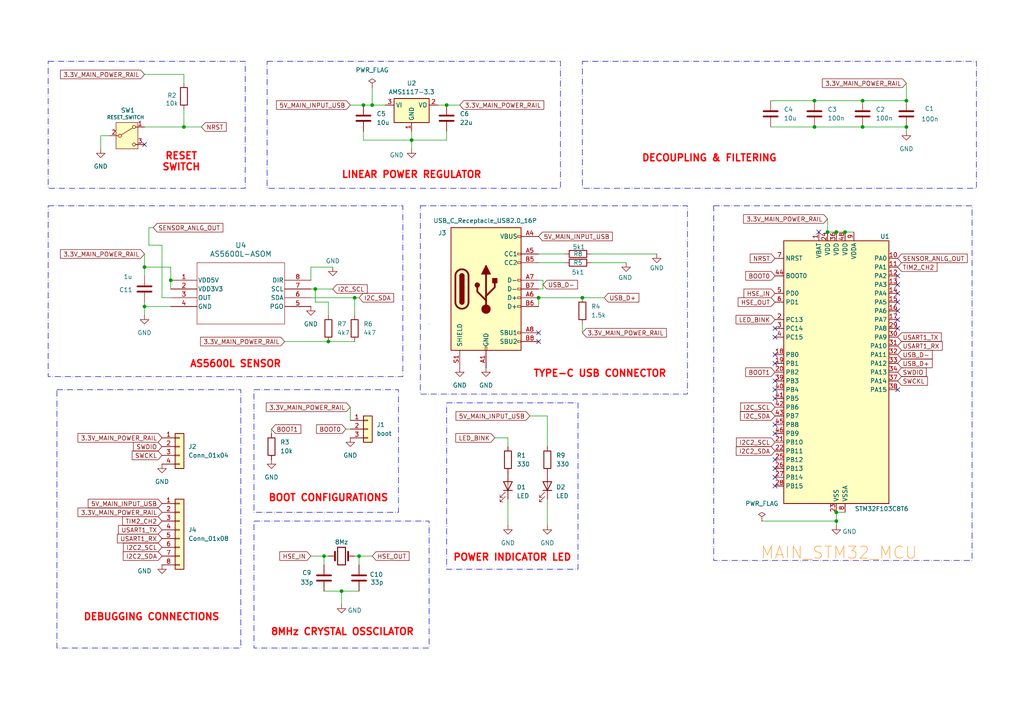
<source format=kicad_sch>
(kicad_sch (version 20250114) (generator "eeschema") (generator_version "9.0")
  (paper "A4")
  (lib_symbols
    (symbol "Connector:USB_C_Receptacle_USB2.0_16P" (pin_names (offset 1.016))
      (property "Reference" "J" (at 0 22.225 0))
      (property "Value" "USB_C_Receptacle_USB2.0_16P" (at 0 19.685 0))
      (symbol "USB_C_Receptacle_USB2.0_16P_0_0"
        (rectangle (start -0.254 -17.78) (end 0.254 -16.764))
        (rectangle (start 10.16 15.494) (end 9.144 14.986))
        (rectangle (start 10.16 10.414) (end 9.144 9.906))
        (rectangle (start 10.16 7.874) (end 9.144 7.366))
        (rectangle (start 10.16 2.794) (end 9.144 2.286))
        (rectangle (start 10.16 0.254) (end 9.144 -0.254))
        (rectangle (start 10.16 -2.286) (end 9.144 -2.794))
        (rectangle (start 10.16 -4.826) (end 9.144 -5.334))
        (rectangle (start 10.16 -12.446) (end 9.144 -12.954))
        (rectangle (start 10.16 -14.986) (end 9.144 -15.494))
      )
      (symbol "USB_C_Receptacle_USB2.0_16P_0_1"
        (rectangle (start -10.16 17.78) (end 10.16 -17.78) (stroke (width 0.254)) (fill (type background)))
        (polyline (pts (xy -8.89 -3.81) (xy -8.89 3.81)) (stroke (width 0.508)))
        (rectangle (start -7.62 -3.81) (end -6.35 3.81) (stroke (width 0.254)) (fill (type outline)))
        (arc (start -7.62 3.81) (mid -6.985 4.4423) (end -6.35 3.81) (stroke (width 0.254)))
        (arc (start -7.62 3.81) (mid -6.985 4.4423) (end -6.35 3.81) (stroke (width 0.254)) (fill (type outline)))
        (arc (start -8.89 3.81) (mid -6.985 5.7067) (end -5.08 3.81) (stroke (width 0.508)))
        (arc (start -5.08 -3.81) (mid -6.985 -5.7067) (end -8.89 -3.81) (stroke (width 0.508)))
        (arc (start -6.35 -3.81) (mid -6.985 -4.4423) (end -7.62 -3.81) (stroke (width 0.254)))
        (arc (start -6.35 -3.81) (mid -6.985 -4.4423) (end -7.62 -3.81) (stroke (width 0.254)) (fill (type outline)))
        (polyline (pts (xy -5.08 3.81) (xy -5.08 -3.81)) (stroke (width 0.508)))
        (circle (center -2.54 1.143) (radius 0.635) (stroke (width 0.254)) (fill (type outline)))
        (polyline (pts (xy -1.27 4.318) (xy 0 6.858) (xy 1.27 4.318) (xy -1.27 4.318)) (stroke (width 0.254)) (fill (type outline)))
        (polyline (pts (xy 0 -2.032) (xy 2.54 0.508) (xy 2.54 1.778)) (stroke (width 0.508)))
        (polyline (pts (xy 0 -3.302) (xy -2.54 -0.762) (xy -2.54 0.508)) (stroke (width 0.508)))
        (polyline (pts (xy 0 -5.842) (xy 0 4.318)) (stroke (width 0.508)))
        (circle (center 0 -5.842) (radius 1.27) (fill (type outline)))
        (rectangle (start 1.905 1.778) (end 3.175 3.048) (stroke (width 0.254)) (fill (type outline)))
      )
      (symbol "USB_C_Receptacle_USB2.0_16P_1_1"
        (pin passive line (at -7.62 -22.86 90) (length 5.08) (name "SHIELD") (number "S1"))
        (pin passive line (at 0 -22.86 90) (length 5.08) (name "GND") (number "A1"))
        (pin passive line (at 0 -22.86 90) (length 5.08) (hide yes) (name "GND") (number "A12"))
        (pin passive line (at 0 -22.86 90) (length 5.08) (hide yes) (name "GND") (number "B1"))
        (pin passive line (at 0 -22.86 90) (length 5.08) (hide yes) (name "GND") (number "B12"))
        (pin passive line (at 15.24 15.24 180) (length 5.08) (name "VBUS") (number "A4"))
        (pin passive line (at 15.24 15.24 180) (length 5.08) (hide yes) (name "VBUS") (number "A9"))
        (pin passive line (at 15.24 15.24 180) (length 5.08) (hide yes) (name "VBUS") (number "B4"))
        (pin passive line (at 15.24 15.24 180) (length 5.08) (hide yes) (name "VBUS") (number "B9"))
        (pin bidirectional line (at 15.24 10.16 180) (length 5.08) (name "CC1") (number "A5"))
        (pin bidirectional line (at 15.24 7.62 180) (length 5.08) (name "CC2") (number "B5"))
        (pin bidirectional line (at 15.24 2.54 180) (length 5.08) (name "D-") (number "A7"))
        (pin bidirectional line (at 15.24 0 180) (length 5.08) (name "D-") (number "B7"))
        (pin bidirectional line (at 15.24 -2.54 180) (length 5.08) (name "D+") (number "A6"))
        (pin bidirectional line (at 15.24 -5.08 180) (length 5.08) (name "D+") (number "B6"))
        (pin bidirectional line (at 15.24 -12.7 180) (length 5.08) (name "SBU1") (number "A8"))
        (pin bidirectional line (at 15.24 -15.24 180) (length 5.08) (name "SBU2") (number "B8"))
      )
    )
    (symbol "Connector_Generic:Conn_01x03" (pin_names (offset 1.016) (hide yes))
      (property "Reference" "J" (at 0 5.08 0))
      (property "Value" "Conn_01x03" (at 0 -5.08 0))
      (symbol "Conn_01x03_1_1"
        (rectangle (start -1.27 3.81) (end 1.27 -3.81) (stroke (width 0.254)) (fill (type background)))
        (rectangle (start -1.27 2.667) (end 0 2.413) (stroke (width 0.1524)))
        (rectangle (start -1.27 0.127) (end 0 -0.127) (stroke (width 0.1524)))
        (rectangle (start -1.27 -2.413) (end 0 -2.667) (stroke (width 0.1524)))
        (pin passive line (at -5.08 2.54 0) (length 3.81) (name "Pin_1") (number "1"))
        (pin passive line (at -5.08 0 0) (length 3.81) (name "Pin_2") (number "2"))
        (pin passive line (at -5.08 -2.54 0) (length 3.81) (name "Pin_3") (number "3"))
      )
    )
    (symbol "Connector_Generic:Conn_01x04" (pin_names (offset 1.016) (hide yes))
      (property "Reference" "J" (at 0 5.08 0))
      (property "Value" "Conn_01x04" (at 0 -7.62 0))
      (symbol "Conn_01x04_1_1"
        (rectangle (start -1.27 3.81) (end 1.27 -6.35) (stroke (width 0.254)) (fill (type background)))
        (rectangle (start -1.27 2.667) (end 0 2.413) (stroke (width 0.1524)))
        (rectangle (start -1.27 0.127) (end 0 -0.127) (stroke (width 0.1524)))
        (rectangle (start -1.27 -2.413) (end 0 -2.667) (stroke (width 0.1524)))
        (rectangle (start -1.27 -4.953) (end 0 -5.207) (stroke (width 0.1524)))
        (pin passive line (at -5.08 2.54 0) (length 3.81) (name "Pin_1") (number "1"))
        (pin passive line (at -5.08 0 0) (length 3.81) (name "Pin_2") (number "2"))
        (pin passive line (at -5.08 -2.54 0) (length 3.81) (name "Pin_3") (number "3"))
        (pin passive line (at -5.08 -5.08 0) (length 3.81) (name "Pin_4") (number "4"))
      )
    )
    (symbol "Connector_Generic:Conn_01x08" (pin_names (offset 1.016) (hide yes))
      (property "Reference" "J" (at 0 10.16 0))
      (property "Value" "Conn_01x08" (at 0 -12.7 0))
      (symbol "Conn_01x08_1_1"
        (rectangle (start -1.27 8.89) (end 1.27 -11.43) (stroke (width 0.254)) (fill (type background)))
        (rectangle (start -1.27 7.747) (end 0 7.493) (stroke (width 0.1524)))
        (rectangle (start -1.27 5.207) (end 0 4.953) (stroke (width 0.1524)))
        (rectangle (start -1.27 2.667) (end 0 2.413) (stroke (width 0.1524)))
        (rectangle (start -1.27 0.127) (end 0 -0.127) (stroke (width 0.1524)))
        (rectangle (start -1.27 -2.413) (end 0 -2.667) (stroke (width 0.1524)))
        (rectangle (start -1.27 -4.953) (end 0 -5.207) (stroke (width 0.1524)))
        (rectangle (start -1.27 -7.493) (end 0 -7.747) (stroke (width 0.1524)))
        (rectangle (start -1.27 -10.033) (end 0 -10.287) (stroke (width 0.1524)))
        (pin passive line (at -5.08 7.62 0) (length 3.81) (name "Pin_1") (number "1"))
        (pin passive line (at -5.08 5.08 0) (length 3.81) (name "Pin_2") (number "2"))
        (pin passive line (at -5.08 2.54 0) (length 3.81) (name "Pin_3") (number "3"))
        (pin passive line (at -5.08 0 0) (length 3.81) (name "Pin_4") (number "4"))
        (pin passive line (at -5.08 -2.54 0) (length 3.81) (name "Pin_5") (number "5"))
        (pin passive line (at -5.08 -5.08 0) (length 3.81) (name "Pin_6") (number "6"))
        (pin passive line (at -5.08 -7.62 0) (length 3.81) (name "Pin_7") (number "7"))
        (pin passive line (at -5.08 -10.16 0) (length 3.81) (name "Pin_8") (number "8"))
      )
    )
    (symbol "Device:C" (pin_numbers (hide yes)) (pin_names (offset 0.254))
      (property "Reference" "C" (at 0.635 2.54 0))
      (property "Value" "C" (at 0.635 -2.54 0))
      (symbol "C_0_1"
        (polyline (pts (xy -2.032 0.762) (xy 2.032 0.762)) (stroke (width 0.508)))
        (polyline (pts (xy -2.032 -0.762) (xy 2.032 -0.762)) (stroke (width 0.508)))
      )
      (symbol "C_1_1"
        (pin passive line (at 0 3.81 270) (length 2.794) (name "~") (number "1"))
        (pin passive line (at 0 -3.81 90) (length 2.794) (name "~") (number "2"))
      )
    )
    (symbol "Device:Crystal" (pin_numbers (hide yes)) (pin_names (offset 1.016) (hide yes))
      (property "Reference" "Y" (at 0 3.81 0))
      (property "Value" "Crystal" (at 0 -3.81 0))
      (symbol "Crystal_0_1"
        (polyline (pts (xy -2.54 0) (xy -1.905 0)))
        (polyline (pts (xy -1.905 -1.27) (xy -1.905 1.27)) (stroke (width 0.508)))
        (rectangle (start -1.143 2.54) (end 1.143 -2.54) (stroke (width 0.3048)))
        (polyline (pts (xy 1.905 -1.27) (xy 1.905 1.27)) (stroke (width 0.508)))
        (polyline (pts (xy 2.54 0) (xy 1.905 0)))
      )
      (symbol "Crystal_1_1"
        (pin passive line (at -3.81 0 0) (length 1.27) (name "1") (number "1"))
        (pin passive line (at 3.81 0 180) (length 1.27) (name "2") (number "2"))
      )
    )
    (symbol "Device:LED" (pin_numbers (hide yes)) (pin_names (offset 1.016) (hide yes))
      (property "Reference" "D" (at 0 2.54 0))
      (property "Value" "LED" (at 0 -2.54 0))
      (symbol "LED_0_1"
        (polyline (pts (xy -3.048 -0.762) (xy -4.572 -2.286) (xy -3.81 -2.286) (xy -4.572 -2.286) (xy -4.572 -1.524)))
        (polyline (pts (xy -1.778 -0.762) (xy -3.302 -2.286) (xy -2.54 -2.286) (xy -3.302 -2.286) (xy -3.302 -1.524)))
        (polyline (pts (xy -1.27 0) (xy 1.27 0)))
        (polyline (pts (xy -1.27 -1.27) (xy -1.27 1.27)) (stroke (width 0.254)))
        (polyline (pts (xy 1.27 -1.27) (xy 1.27 1.27) (xy -1.27 0) (xy 1.27 -1.27)) (stroke (width 0.254)))
      )
      (symbol "LED_1_1"
        (pin passive line (at -3.81 0 0) (length 2.54) (name "K") (number "1"))
        (pin passive line (at 3.81 0 180) (length 2.54) (name "A") (number "2"))
      )
    )
    (symbol "Device:R" (pin_numbers (hide yes)) (pin_names (offset 0))
      (property "Reference" "R" (at 2.032 0 90))
      (property "Value" "R" (at 0 0 90))
      (symbol "R_0_1"
        (rectangle (start -1.016 -2.54) (end 1.016 2.54) (stroke (width 0.254)))
      )
      (symbol "R_1_1"
        (pin passive line (at 0 3.81 270) (length 1.27) (name "~") (number "1"))
        (pin passive line (at 0 -3.81 90) (length 1.27) (name "~") (number "2"))
      )
    )
    (symbol "MCU_ST_STM32F1:STM32F103C8Tx"
      (property "Reference" "U" (at -15.24 39.37 0))
      (property "Value" "STM32F103C8Tx" (at 7.62 39.37 0))
      (symbol "STM32F103C8Tx_0_1"
        (rectangle (start -15.24 -38.1) (end 15.24 38.1) (stroke (width 0.254)) (fill (type background)))
      )
      (symbol "STM32F103C8Tx_1_1"
        (pin input line (at -17.78 33.02 0) (length 2.54) (name "NRST") (number "7"))
        (pin input line (at -17.78 27.94 0) (length 2.54) (name "BOOT0") (number "44"))
        (pin bidirectional line (at -17.78 22.86 0) (length 2.54) (name "PD0") (number "5"))
        (pin bidirectional line (at -17.78 20.32 0) (length 2.54) (name "PD1") (number "6"))
        (pin bidirectional line (at -17.78 15.24 0) (length 2.54) (name "PC13") (number "2"))
        (pin bidirectional line (at -17.78 12.7 0) (length 2.54) (name "PC14") (number "3"))
        (pin bidirectional line (at -17.78 10.16 0) (length 2.54) (name "PC15") (number "4"))
        (pin bidirectional line (at -17.78 5.08 0) (length 2.54) (name "PB0") (number "18"))
        (pin bidirectional line (at -17.78 2.54 0) (length 2.54) (name "PB1") (number "19"))
        (pin bidirectional line (at -17.78 0 0) (length 2.54) (name "PB2") (number "20"))
        (pin bidirectional line (at -17.78 -2.54 0) (length 2.54) (name "PB3") (number "39"))
        (pin bidirectional line (at -17.78 -5.08 0) (length 2.54) (name "PB4") (number "40"))
        (pin bidirectional line (at -17.78 -7.62 0) (length 2.54) (name "PB5") (number "41"))
        (pin bidirectional line (at -17.78 -10.16 0) (length 2.54) (name "PB6") (number "42"))
        (pin bidirectional line (at -17.78 -12.7 0) (length 2.54) (name "PB7") (number "43"))
        (pin bidirectional line (at -17.78 -15.24 0) (length 2.54) (name "PB8") (number "45"))
        (pin bidirectional line (at -17.78 -17.78 0) (length 2.54) (name "PB9") (number "46"))
        (pin bidirectional line (at -17.78 -20.32 0) (length 2.54) (name "PB10") (number "21"))
        (pin bidirectional line (at -17.78 -22.86 0) (length 2.54) (name "PB11") (number "22"))
        (pin bidirectional line (at -17.78 -25.4 0) (length 2.54) (name "PB12") (number "25"))
        (pin bidirectional line (at -17.78 -27.94 0) (length 2.54) (name "PB13") (number "26"))
        (pin bidirectional line (at -17.78 -30.48 0) (length 2.54) (name "PB14") (number "27"))
        (pin bidirectional line (at -17.78 -33.02 0) (length 2.54) (name "PB15") (number "28"))
        (pin power_in line (at -5.08 40.64 270) (length 2.54) (name "VBAT") (number "1"))
        (pin power_in line (at -2.54 40.64 270) (length 2.54) (name "VDD") (number "24"))
        (pin power_in line (at 0 40.64 270) (length 2.54) (name "VDD") (number "36"))
        (pin power_in line (at 0 -40.64 90) (length 2.54) (name "VSS") (number "23"))
        (pin passive line (at 0 -40.64 90) (length 2.54) (hide yes) (name "VSS") (number "35"))
        (pin passive line (at 0 -40.64 90) (length 2.54) (hide yes) (name "VSS") (number "47"))
        (pin power_in line (at 2.54 40.64 270) (length 2.54) (name "VDD") (number "48"))
        (pin power_in line (at 2.54 -40.64 90) (length 2.54) (name "VSSA") (number "8"))
        (pin power_in line (at 5.08 40.64 270) (length 2.54) (name "VDDA") (number "9"))
        (pin bidirectional line (at 17.78 33.02 180) (length 2.54) (name "PA0") (number "10"))
        (pin bidirectional line (at 17.78 30.48 180) (length 2.54) (name "PA1") (number "11"))
        (pin bidirectional line (at 17.78 27.94 180) (length 2.54) (name "PA2") (number "12"))
        (pin bidirectional line (at 17.78 25.4 180) (length 2.54) (name "PA3") (number "13"))
        (pin bidirectional line (at 17.78 22.86 180) (length 2.54) (name "PA4") (number "14"))
        (pin bidirectional line (at 17.78 20.32 180) (length 2.54) (name "PA5") (number "15"))
        (pin bidirectional line (at 17.78 17.78 180) (length 2.54) (name "PA6") (number "16"))
        (pin bidirectional line (at 17.78 15.24 180) (length 2.54) (name "PA7") (number "17"))
        (pin bidirectional line (at 17.78 12.7 180) (length 2.54) (name "PA8") (number "29"))
        (pin bidirectional line (at 17.78 10.16 180) (length 2.54) (name "PA9") (number "30"))
        (pin bidirectional line (at 17.78 7.62 180) (length 2.54) (name "PA10") (number "31"))
        (pin bidirectional line (at 17.78 5.08 180) (length 2.54) (name "PA11") (number "32"))
        (pin bidirectional line (at 17.78 2.54 180) (length 2.54) (name "PA12") (number "33"))
        (pin bidirectional line (at 17.78 0 180) (length 2.54) (name "PA13") (number "34"))
        (pin bidirectional line (at 17.78 -2.54 180) (length 2.54) (name "PA14") (number "37"))
        (pin bidirectional line (at 17.78 -5.08 180) (length 2.54) (name "PA15") (number "38"))
      )
    )
    (symbol "Regulator_Linear:AMS1117-3.3"
      (property "Reference" "U" (at -3.81 3.175 0))
      (property "Value" "AMS1117-3.3" (at 0 3.175 0))
      (symbol "AMS1117-3.3_0_1"
        (rectangle (start -5.08 -5.08) (end 5.08 1.905) (stroke (width 0.254)) (fill (type background)))
      )
      (symbol "AMS1117-3.3_1_1"
        (pin power_in line (at -7.62 0 0) (length 2.54) (name "VI") (number "3"))
        (pin power_in line (at 0 -7.62 90) (length 2.54) (name "GND") (number "1"))
        (pin power_out line (at 7.62 0 180) (length 2.54) (name "VO") (number "2"))
      )
    )
    (symbol "Switch:SW_SPDT" (pin_names (offset 0) (hide yes))
      (property "Reference" "SW" (at 0 5.08 0))
      (property "Value" "SW_SPDT" (at 0 -5.08 0))
      (symbol "SW_SPDT_0_1"
        (circle (center -2.032 0) (radius 0.4572))
        (polyline (pts (xy -1.651 0.254) (xy 1.651 2.286)))
        (circle (center 2.032 2.54) (radius 0.4572))
        (circle (center 2.032 -2.54) (radius 0.4572))
      )
      (symbol "SW_SPDT_1_1"
        (rectangle (start -3.175 3.81) (end 3.175 -3.81) (fill (type background)))
        (pin passive line (at -5.08 0 0) (length 2.54) (name "B") (number "2"))
        (pin passive line (at 5.08 2.54 180) (length 2.54) (name "A") (number "1"))
        (pin passive line (at 5.08 -2.54 180) (length 2.54) (name "C") (number "3"))
      )
    )
    (symbol "as5600l:AS5600L-ASOM" (pin_names (offset 0.254))
      (property "Reference" "U" (at 20.32 10.16 0))
      (property "Value" "AS5600L-ASOM" (at 20.32 7.62 0))
      (symbol "AS5600L-ASOM_0_1"
        (polyline (pts (xy 7.62 5.08) (xy 7.62 -12.7)) (stroke (width 0.127)))
        (polyline (pts (xy 7.62 -12.7) (xy 33.02 -12.7)) (stroke (width 0.127)))
        (polyline (pts (xy 33.02 5.08) (xy 7.62 5.08)) (stroke (width 0.127)))
        (polyline (pts (xy 33.02 -12.7) (xy 33.02 5.08)) (stroke (width 0.127)))
        (pin unspecified line (at 0 0 0) (length 7.62) (name "VDD5V") (number "1"))
        (pin unspecified line (at 0 -2.54 0) (length 7.62) (name "VDD3V3") (number "2"))
        (pin unspecified line (at 0 -5.08 0) (length 7.62) (name "OUT") (number "3"))
        (pin unspecified line (at 0 -7.62 0) (length 7.62) (name "GND") (number "4"))
        (pin unspecified line (at 40.64 0 180) (length 7.62) (name "DIR") (number "8"))
        (pin unspecified line (at 40.64 -2.54 180) (length 7.62) (name "SCL") (number "7"))
        (pin unspecified line (at 40.64 -5.08 180) (length 7.62) (name "SDA") (number "6"))
        (pin unspecified line (at 40.64 -7.62 180) (length 7.62) (name "PGO") (number "5"))
      )
    )
    (symbol "power:GND" (power) (pin_numbers (hide yes)) (pin_names (offset 0) (hide yes))
      (property "Value" "GND" (at 0 -3.81 0))
      (symbol "GND_0_1"
        (polyline (pts (xy 0 0) (xy 0 -1.27) (xy 1.27 -1.27) (xy 0 -2.54) (xy -1.27 -1.27) (xy 0 -1.27)))
      )
      (symbol "GND_1_1"
        (pin power_in line (at 0 0 270) (length 0) (name "~") (number "1"))
      )
    )
    (symbol "power:PWR_FLAG" (power) (pin_numbers (hide yes)) (pin_names (offset 0) (hide yes))
      (property "Value" "PWR_FLAG" (at 0 3.81 0))
      (symbol "PWR_FLAG_0_0"
        (pin power_out line (at 0 0 90) (length 0) (name "~") (number "1"))
      )
      (symbol "PWR_FLAG_0_1"
        (polyline (pts (xy 0 0) (xy 0 1.27) (xy -1.016 1.905) (xy 0 2.54) (xy 1.016 1.905) (xy 0 1.27)))
      )
    )
  )
  (rectangle (start 73.66 113.03) (end 115.57 148.59) (stroke (width 0) (type dash_dot)))
  (rectangle (start 168.91 17.78) (end 283.21 54.61) (stroke (width 0) (type dash_dot)))
  (rectangle (start 124.46 93.98) (end 124.46 93.98) (stroke (width 0) (type dash_dot)))
  (rectangle (start 73.66 151.13) (end 124.46 187.96) (stroke (width 0) (type dash_dot)))
  (rectangle (start 13.97 17.78) (end 71.12 54.61) (stroke (width 0) (type dash_dot)))
  (rectangle (start 207.01 59.69) (end 281.94 162.56) (stroke (width 0) (type dash_dot)))
  (rectangle (start 16.51 113.03) (end 69.85 187.96) (stroke (width 0) (type dash_dot)))
  (rectangle (start 129.54 116.84) (end 167.64 165.1) (stroke (width 0) (type dash_dot)))
  (rectangle (start 13.97 59.69) (end 116.84 109.22) (stroke (width 0) (type dash_dot)))
  (rectangle (start 77.47 17.78) (end 162.56 54.61) (stroke (width 0) (type dash_dot)))
  (rectangle (start 121.92 59.69) (end 199.39 114.3) (stroke (width 0) (type dash_dot)))
  (text "RESET\nSWITCH\n" (at 52.578 46.99 0) (effects (font (size 2 2) (thickness 0.4) (bold yes))))
  (text "8MHz CRYSTAL OSSCILATOR\n" (at 99.314 183.388 0) (effects (font (size 2 2) (thickness 0.4) (bold yes))))
  (text "DECOUPLING & FILTERING\n" (at 205.74 45.974 0) (effects (font (size 2 2) (thickness 0.4) (bold yes))))
  (text "POWER INDICATOR LED\n" (at 148.59 161.798 0) (effects (font (size 2 2) (thickness 0.4) (bold yes))))
  (text "DEBUGGING CONNECTIONS" (at 43.942 179.07 0) (effects (font (size 2 2) (thickness 0.4) (bold yes))))
  (text "MAIN_STM32_MCU\n" (at 243.332 160.528 0) (effects (font (size 3.5 3.5))))
  (text "LINEAR POWER REGULATOR\n" (at 119.38 50.8 0) (effects (font (size 2 2) (thickness 0.4) (bold yes))))
  (text "AS5600L SENSOR" (at 68.326 105.664 0) (effects (font (size 2 2) (thickness 0.4) (bold yes))))
  (text "TYPE-C USB CONNECTOR\n" (at 173.99 108.458 0) (effects (font (size 2 2) (thickness 0.4) (bold yes))))
  (text "BOOT CONFIGURATIONS\n" (at 95.25 144.526 0) (effects (font (size 2 2) (thickness 0.4) (bold yes))))
  (junction (at 129.54 30.48))
  (junction (at 262.89 36.83))
  (junction (at 41.91 88.9))
  (junction (at 104.14 161.29))
  (junction (at 262.89 29.21))
  (junction (at 156.21 86.36))
  (junction (at 49.53 81.28))
  (junction (at 99.06 171.45))
  (junction (at 250.19 29.21))
  (junction (at 93.98 161.29))
  (junction (at 245.11 67.31))
  (junction (at 242.57 148.59))
  (junction (at 236.22 29.21))
  (junction (at 168.91 86.36))
  (junction (at 91.44 83.82))
  (junction (at 102.87 86.36))
  (junction (at 240.03 67.31))
  (junction (at 105.41 30.48))
  (junction (at 53.34 36.83))
  (junction (at 250.19 36.83))
  (junction (at 242.57 67.31))
  (junction (at 41.91 77.47))
  (junction (at 107.95 30.48))
  (junction (at 95.25 99.06))
  (junction (at 119.38 40.64))
  (junction (at 242.57 151.13))
  (junction (at 236.22 36.83))
  (no_connect (at 156.21 96.52))
  (no_connect (at 260.35 113.03))
  (no_connect (at 224.79 123.19))
  (no_connect (at 224.79 110.49))
  (no_connect (at 224.79 135.89))
  (no_connect (at 260.35 90.17))
  (no_connect (at 41.91 41.91))
  (no_connect (at 260.35 82.55))
  (no_connect (at 224.79 138.43))
  (no_connect (at 224.79 105.41))
  (no_connect (at 260.35 85.09))
  (no_connect (at 224.79 113.03))
  (no_connect (at 224.79 125.73))
  (no_connect (at 224.79 97.79))
  (no_connect (at 156.21 99.06))
  (no_connect (at 224.79 140.97))
  (no_connect (at 260.35 92.71))
  (no_connect (at 260.35 95.25))
  (no_connect (at 260.35 87.63))
  (no_connect (at 224.79 133.35))
  (no_connect (at 224.79 115.57))
  (no_connect (at 260.35 80.01))
  (no_connect (at 224.79 102.87))
  (no_connect (at 224.79 95.25))
  (no_connect (at 237.49 67.31))
  (wire (pts (xy 41.91 36.83) (xy 53.34 36.83)))
  (wire (pts (xy 157.48 81.28) (xy 157.48 83.82)))
  (wire (pts (xy 119.38 38.1) (xy 119.38 40.64)))
  (wire (pts (xy 90.17 86.36) (xy 102.87 86.36)))
  (wire (pts (xy 143.51 127) (xy 147.32 127)))
  (wire (pts (xy 236.22 36.83) (xy 250.19 36.83)))
  (wire (pts (xy 171.45 76.2) (xy 181.61 76.2)))
  (wire (pts (xy 99.06 171.45) (xy 99.06 175.26)))
  (wire (pts (xy 127 30.48) (xy 129.54 30.48)))
  (wire (pts (xy 91.44 87.63) (xy 91.44 83.82)))
  (wire (pts (xy 107.95 25.4) (xy 107.95 30.48)))
  (wire (pts (xy 41.91 91.44) (xy 41.91 88.9)))
  (wire (pts (xy 53.34 21.59) (xy 53.34 24.13)))
  (wire (pts (xy 78.74 125.73) (xy 78.74 124.46)))
  (wire (pts (xy 100.33 124.46) (xy 101.6 124.46)))
  (wire (pts (xy 46.99 71.12) (xy 43.18 71.12)))
  (wire (pts (xy 90.17 161.29) (xy 93.98 161.29)))
  (wire (pts (xy 242.57 148.59) (xy 242.57 151.13)))
  (wire (pts (xy 156.21 86.36) (xy 156.21 88.9)))
  (wire (pts (xy 107.95 30.48) (xy 111.76 30.48)))
  (wire (pts (xy 129.54 40.64) (xy 119.38 40.64)))
  (wire (pts (xy 49.53 86.36) (xy 46.99 86.36)))
  (wire (pts (xy 46.99 86.36) (xy 46.99 71.12)))
  (wire (pts (xy 105.41 40.64) (xy 119.38 40.64)))
  (wire (pts (xy 43.18 71.12) (xy 43.18 66.04)))
  (wire (pts (xy 223.52 29.21) (xy 236.22 29.21)))
  (wire (pts (xy 105.41 30.48) (xy 107.95 30.48)))
  (wire (pts (xy 41.91 77.47) (xy 41.91 80.01)))
  (wire (pts (xy 168.91 93.98) (xy 168.91 96.52)))
  (wire (pts (xy 104.14 163.83) (xy 104.14 161.29)))
  (wire (pts (xy 95.25 87.63) (xy 91.44 87.63)))
  (wire (pts (xy 147.32 127) (xy 147.32 129.54)))
  (wire (pts (xy 245.11 67.31) (xy 247.65 67.31)))
  (wire (pts (xy 95.25 91.44) (xy 95.25 87.63)))
  (wire (pts (xy 49.53 81.28) (xy 49.53 83.82)))
  (wire (pts (xy 101.6 30.48) (xy 105.41 30.48)))
  (wire (pts (xy 129.54 30.48) (xy 133.35 30.48)))
  (wire (pts (xy 153.67 120.65) (xy 158.75 120.65)))
  (wire (pts (xy 99.06 171.45) (xy 104.14 171.45)))
  (wire (pts (xy 102.87 86.36) (xy 104.14 86.36)))
  (wire (pts (xy 156.21 73.66) (xy 163.83 73.66)))
  (wire (pts (xy 41.91 77.47) (xy 49.53 77.47)))
  (wire (pts (xy 31.75 39.37) (xy 29.21 39.37)))
  (wire (pts (xy 41.91 77.47) (xy 41.91 73.66)))
  (wire (pts (xy 220.98 151.13) (xy 242.57 151.13)))
  (wire (pts (xy 49.53 77.47) (xy 49.53 81.28)))
  (wire (pts (xy 41.91 21.59) (xy 53.34 21.59)))
  (wire (pts (xy 93.98 163.83) (xy 93.98 161.29)))
  (wire (pts (xy 240.03 63.5) (xy 240.03 67.31)))
  (wire (pts (xy 90.17 83.82) (xy 91.44 83.82)))
  (wire (pts (xy 29.21 43.18) (xy 29.21 39.37)))
  (wire (pts (xy 105.41 38.1) (xy 105.41 40.64)))
  (wire (pts (xy 41.91 88.9) (xy 49.53 88.9)))
  (wire (pts (xy 250.19 36.83) (xy 262.89 36.83)))
  (wire (pts (xy 93.98 161.29) (xy 95.25 161.29)))
  (wire (pts (xy 242.57 151.13) (xy 242.57 152.4)))
  (wire (pts (xy 93.98 171.45) (xy 99.06 171.45)))
  (wire (pts (xy 41.91 87.63) (xy 41.91 88.9)))
  (wire (pts (xy 156.21 76.2) (xy 163.83 76.2)))
  (wire (pts (xy 147.32 144.78) (xy 147.32 152.4)))
  (wire (pts (xy 119.38 40.64) (xy 119.38 43.18)))
  (wire (pts (xy 102.87 86.36) (xy 102.87 91.44)))
  (wire (pts (xy 262.89 36.83) (xy 262.89 38.1)))
  (wire (pts (xy 240.03 67.31) (xy 242.57 67.31)))
  (wire (pts (xy 91.44 83.82) (xy 96.52 83.82)))
  (wire (pts (xy 43.18 66.04) (xy 44.45 66.04)))
  (wire (pts (xy 157.48 83.82) (xy 156.21 83.82)))
  (wire (pts (xy 262.89 24.13) (xy 262.89 29.21)))
  (wire (pts (xy 53.34 36.83) (xy 53.34 31.75)))
  (wire (pts (xy 102.87 161.29) (xy 104.14 161.29)))
  (wire (pts (xy 190.5 73.66) (xy 171.45 73.66)))
  (wire (pts (xy 242.57 67.31) (xy 245.11 67.31)))
  (wire (pts (xy 175.26 86.36) (xy 168.91 86.36)))
  (wire (pts (xy 223.52 36.83) (xy 236.22 36.83)))
  (wire (pts (xy 82.55 99.06) (xy 95.25 99.06)))
  (wire (pts (xy 156.21 86.36) (xy 168.91 86.36)))
  (wire (pts (xy 101.6 118.11) (xy 101.6 121.92)))
  (wire (pts (xy 104.14 161.29) (xy 107.95 161.29)))
  (wire (pts (xy 236.22 29.21) (xy 250.19 29.21)))
  (wire (pts (xy 95.25 99.06) (xy 102.87 99.06)))
  (wire (pts (xy 158.75 120.65) (xy 158.75 129.54)))
  (wire (pts (xy 250.19 29.21) (xy 262.89 29.21)))
  (wire (pts (xy 129.54 38.1) (xy 129.54 40.64)))
  (wire (pts (xy 96.52 77.47) (xy 90.17 77.47)))
  (wire (pts (xy 242.57 148.59) (xy 245.11 148.59)))
  (wire (pts (xy 53.34 36.83) (xy 58.42 36.83)))
  (wire (pts (xy 156.21 81.28) (xy 157.48 81.28)))
  (wire (pts (xy 90.17 77.47) (xy 90.17 81.28)))
  (wire (pts (xy 158.75 144.78) (xy 158.75 152.4)))
  (global_label "I2C_SDA" (shape input) (at 224.79 120.65 180) (property "Intersheetrefs" "${INTERSHEET_REFS}" (effects (hide yes))))
  (global_label "3.3V_MAIN_POWER_RAIL" (shape input) (at 240.03 63.5 180) (property "Intersheetrefs" "${INTERSHEET_REFS}" (effects (hide yes))))
  (global_label "LED_BINK" (shape input) (at 143.51 127 180) (property "Intersheetrefs" "${INTERSHEET_REFS}" (effects (hide yes))))
  (global_label "5V_MAIN_INPUT_USB" (shape input) (at 46.99 146.05 180) (property "Intersheetrefs" "${INTERSHEET_REFS}" (effects (hide yes))))
  (global_label "SENSOR_ANLG_OUT" (shape input) (at 260.35 74.93 0) (property "Intersheetrefs" "${INTERSHEET_REFS}" (effects (hide yes))))
  (global_label "USB_D-" (shape input) (at 157.48 82.55 0) (property "Intersheetrefs" "${INTERSHEET_REFS}" (effects (hide yes))))
  (global_label "I2C_SDA" (shape input) (at 104.14 86.36 0) (property "Intersheetrefs" "${INTERSHEET_REFS}" (effects (hide yes))))
  (global_label "HSE_OUT" (shape input) (at 224.79 87.63 180) (property "Intersheetrefs" "${INTERSHEET_REFS}" (effects (hide yes))))
  (global_label "SWDIO" (shape input) (at 46.99 129.54 180) (property "Intersheetrefs" "${INTERSHEET_REFS}" (effects (hide yes))))
  (global_label "USART1_RX" (shape input) (at 46.99 156.21 180) (property "Intersheetrefs" "${INTERSHEET_REFS}" (effects (hide yes))))
  (global_label "TIM2_CH2" (shape input) (at 46.99 151.13 180) (property "Intersheetrefs" "${INTERSHEET_REFS}" (effects (hide yes))))
  (global_label "USART1_TX" (shape input) (at 260.35 97.79 0) (property "Intersheetrefs" "${INTERSHEET_REFS}" (effects (hide yes))))
  (global_label "USART1_RX" (shape input) (at 260.35 100.33 0) (property "Intersheetrefs" "${INTERSHEET_REFS}" (effects (hide yes))))
  (global_label "SWCKL" (shape input) (at 260.35 110.49 0) (property "Intersheetrefs" "${INTERSHEET_REFS}" (effects (hide yes))))
  (global_label "3.3V_MAIN_POWER_RAIL" (shape input) (at 46.99 127 180) (property "Intersheetrefs" "${INTERSHEET_REFS}" (effects (hide yes))))
  (global_label "HSE_IN" (shape input) (at 90.17 161.29 180) (property "Intersheetrefs" "${INTERSHEET_REFS}" (effects (hide yes))))
  (global_label "NRST" (shape input) (at 58.42 36.83 0) (property "Intersheetrefs" "${INTERSHEET_REFS}" (effects (hide yes))))
  (global_label "LED_BINK" (shape input) (at 224.79 92.71 180) (property "Intersheetrefs" "${INTERSHEET_REFS}" (effects (hide yes))))
  (global_label "3.3V_MAIN_POWER_RAIL" (shape input) (at 46.99 148.59 180) (property "Intersheetrefs" "${INTERSHEET_REFS}" (effects (hide yes))))
  (global_label "I2C2_SCL" (shape input) (at 46.99 158.75 180) (property "Intersheetrefs" "${INTERSHEET_REFS}" (effects (hide yes))))
  (global_label "BOOT0" (shape input) (at 224.79 80.01 180) (property "Intersheetrefs" "${INTERSHEET_REFS}" (effects (hide yes))))
  (global_label "3.3V_MAIN_POWER_RAIL" (shape input) (at 133.35 30.48 0) (property "Intersheetrefs" "${INTERSHEET_REFS}" (effects (hide yes))))
  (global_label "USART1_TX" (shape input) (at 46.99 153.67 180) (property "Intersheetrefs" "${INTERSHEET_REFS}" (effects (hide yes))))
  (global_label "HSE_IN" (shape input) (at 224.79 85.09 180) (property "Intersheetrefs" "${INTERSHEET_REFS}" (effects (hide yes))))
  (global_label "5V_MAIN_INPUT_USB" (shape input) (at 156.21 68.58 0) (property "Intersheetrefs" "${INTERSHEET_REFS}" (effects (hide yes))))
  (global_label "BOOT1" (shape input) (at 224.79 107.95 180) (property "Intersheetrefs" "${INTERSHEET_REFS}" (effects (hide yes))))
  (global_label "NRST" (shape input) (at 224.79 74.93 180) (property "Intersheetrefs" "${INTERSHEET_REFS}" (effects (hide yes))))
  (global_label "USB_D-" (shape input) (at 260.35 102.87 0) (property "Intersheetrefs" "${INTERSHEET_REFS}" (effects (hide yes))))
  (global_label "SWDIO" (shape input) (at 260.35 107.95 0) (property "Intersheetrefs" "${INTERSHEET_REFS}" (effects (hide yes))))
  (global_label "3.3V_MAIN_POWER_RAIL" (shape input) (at 101.6 118.11 180) (property "Intersheetrefs" "${INTERSHEET_REFS}" (effects (hide yes))))
  (global_label "5V_MAIN_INPUT_USB" (shape input) (at 101.6 30.48 180) (property "Intersheetrefs" "${INTERSHEET_REFS}" (effects (hide yes))))
  (global_label "BOOT1" (shape input) (at 78.74 124.46 0) (property "Intersheetrefs" "${INTERSHEET_REFS}" (effects (hide yes))))
  (global_label "I2C2_SDA" (shape input) (at 224.79 130.81 180) (property "Intersheetrefs" "${INTERSHEET_REFS}" (effects (hide yes))))
  (global_label "3.3V_MAIN_POWER_RAIL" (shape input) (at 41.91 73.66 180) (property "Intersheetrefs" "${INTERSHEET_REFS}" (effects (hide yes))))
  (global_label "5V_MAIN_INPUT_USB" (shape input) (at 153.67 120.65 180) (property "Intersheetrefs" "${INTERSHEET_REFS}" (effects (hide yes))))
  (global_label "SENSOR_ANLG_OUT" (shape input) (at 44.45 66.04 0) (property "Intersheetrefs" "${INTERSHEET_REFS}" (effects (hide yes))))
  (global_label "3.3V_MAIN_POWER_RAIL" (shape input) (at 82.55 99.06 180) (property "Intersheetrefs" "${INTERSHEET_REFS}" (effects (hide yes))))
  (global_label "USB_D+" (shape input) (at 260.35 105.41 0) (property "Intersheetrefs" "${INTERSHEET_REFS}" (effects (hide yes))))
  (global_label "I2C_SCL" (shape input) (at 224.79 118.11 180) (property "Intersheetrefs" "${INTERSHEET_REFS}" (effects (hide yes))))
  (global_label "SWCKL" (shape input) (at 46.99 132.08 180) (property "Intersheetrefs" "${INTERSHEET_REFS}" (effects (hide yes))))
  (global_label "3.3V_MAIN_POWER_RAIL" (shape input) (at 41.91 21.59 180) (property "Intersheetrefs" "${INTERSHEET_REFS}" (effects (hide yes))))
  (global_label "TIM2_CH2" (shape input) (at 260.35 77.47 0) (property "Intersheetrefs" "${INTERSHEET_REFS}" (effects (hide yes))))
  (global_label "BOOT0" (shape input) (at 100.33 124.46 180) (property "Intersheetrefs" "${INTERSHEET_REFS}" (effects (hide yes))))
  (global_label "3.3V_MAIN_POWER_RAIL" (shape input) (at 168.91 96.52 0) (property "Intersheetrefs" "${INTERSHEET_REFS}" (effects (hide yes))))
  (global_label "3.3V_MAIN_POWER_RAIL" (shape input) (at 262.89 24.13 180) (property "Intersheetrefs" "${INTERSHEET_REFS}" (effects (hide yes))))
  (global_label "HSE_OUT" (shape input) (at 107.95 161.29 0) (property "Intersheetrefs" "${INTERSHEET_REFS}" (effects (hide yes))))
  (global_label "I2C2_SCL" (shape input) (at 224.79 128.27 180) (property "Intersheetrefs" "${INTERSHEET_REFS}" (effects (hide yes))))
  (global_label "I2C_SCL" (shape input) (at 96.52 83.82 0) (property "Intersheetrefs" "${INTERSHEET_REFS}" (effects (hide yes))))
  (global_label "USB_D+" (shape input) (at 175.26 86.36 0) (property "Intersheetrefs" "${INTERSHEET_REFS}" (effects (hide yes))))
  (global_label "I2C2_SDA" (shape input) (at 46.99 161.29 180) (property "Intersheetrefs" "${INTERSHEET_REFS}" (effects (hide yes))))
  (symbol (lib_id "Device:R") (at 167.64 76.2 90) (unit 1)
    (property "Reference" "R5" (at 167.64 76.2 90))
    (property "Value" "5k1" (at 167.64 78.994 90))
    (property "Footprint" "Resistor_SMD:R_0805_2012Metric_Pad1.20x1.40mm_HandSolder" (effects (hide yes)))
    (property "Description" "power indicator led Resistor" (effects (hide yes)))
  )
  (symbol (lib_id "power:GND") (at 140.97 106.68 0) (unit 1)
    (property "Reference" "#PWR09" (effects (hide yes)))
    (property "Value" "GND" (at 140.97 111.76 0))
    (property "Description" "Power symbol creates a global label with name \"GND\" , ground" (effects (hide yes)))
  )
  (symbol (lib_id "Device:C") (at 93.98 167.64 0) (unit 1)
    (property "Reference" "C9" (at 87.63 166.116 0) (effects (justify left)))
    (property "Value" "33p" (at 87.122 168.91 0) (effects (justify left)))
    (property "Footprint" "Capacitor_SMD:C_0603_1608Metric_Pad1.08x0.95mm_HandSolder" (effects (hide yes)))
    (property "Description" "Unpolarized capacitor" (effects (hide yes)))
  )
  (symbol (lib_id "Device:LED") (at 147.32 140.97 270) (mirror x) (unit 1)
    (property "Reference" "D1" (at 149.86 141.2874 90) (effects (justify left)))
    (property "Value" "LED" (at 149.86 143.8274 90) (effects (justify left)))
    (property "Footprint" "LED_SMD:LED_0603_1608Metric_Pad1.05x0.95mm_HandSolder" (effects (hide yes)))
    (property "Description" "Light emitting diode" (effects (hide yes)))
    (property "Sim.Pins" "1=K 2=A" (effects (hide yes)))
  )
  (symbol (lib_id "Connector_Generic:Conn_01x03") (at 106.68 124.46 0) (unit 1)
    (property "Reference" "J1" (at 109.22 123.1899 0) (effects (justify left)))
    (property "Value" "boot" (at 109.22 125.7299 0) (effects (justify left)))
    (property "Footprint" "Connector_PinHeader_2.54mm:PinHeader_1x03_P2.54mm_Vertical" (effects (hide yes)))
    (property "Description" "Generic connector, single row, 01x03, script generated (kicad-library-utils/schlib/autogen/connector/)" (effects (hide yes)))
  )
  (symbol (lib_id "power:PWR_FLAG") (at 107.95 25.4 0) (unit 1)
    (property "Reference" "#FLG02" (effects (hide yes)))
    (property "Value" "PWR_FLAG" (at 107.95 20.32 0))
    (property "Description" "Special symbol for telling ERC where power comes from" (effects (hide yes)))
  )
  (symbol (lib_id "power:GND") (at 133.35 106.68 0) (unit 1)
    (property "Reference" "#PWR010" (effects (hide yes)))
    (property "Value" "GND" (at 133.35 111.76 0))
    (property "Description" "Power symbol creates a global label with name \"GND\" , ground" (effects (hide yes)))
  )
  (symbol (lib_id "Device:R") (at 147.32 133.35 0) (unit 1)
    (property "Reference" "R1" (at 149.86 132.0799 0) (effects (justify left)))
    (property "Value" "330" (at 149.86 134.6199 0) (effects (justify left)))
    (property "Footprint" "Resistor_SMD:R_0805_2012Metric_Pad1.20x1.40mm_HandSolder" (effects (hide yes)))
    (property "Description" "power indicator led Resistor" (effects (hide yes)))
  )
  (symbol (lib_id "power:GND") (at 90.17 88.9 0) (unit 1)
    (property "Reference" "#PWR015" (effects (hide yes)))
    (property "Value" "GND" (at 90.17 93.98 0))
    (property "Description" "Power symbol creates a global label with name \"GND\" , ground" (effects (hide yes)))
  )
  (symbol (lib_id "power:GND") (at 181.61 76.2 0) (unit 1)
    (property "Reference" "#PWR011" (effects (hide yes)))
    (property "Value" "GND" (at 183.388 80.518 0) (effects (justify right)))
    (property "Description" "Power symbol creates a global label with name \"GND\" , ground" (effects (hide yes)))
  )
  (symbol (lib_id "power:GND") (at 242.57 152.4 0) (unit 1)
    (property "Reference" "#PWR01" (effects (hide yes)))
    (property "Value" "GND" (at 246.38 154.178 0))
    (property "Description" "Power symbol creates a global label with name \"GND\" , ground" (effects (hide yes)))
  )
  (symbol (lib_id "Device:R") (at 168.91 90.17 0) (unit 1)
    (property "Reference" "R4" (at 171.45 88.8999 0) (effects (justify left)))
    (property "Value" "1.5k" (at 171.45 91.4399 0) (effects (justify left)))
    (property "Footprint" "Resistor_SMD:R_0805_2012Metric_Pad1.20x1.40mm_HandSolder" (effects (hide yes)))
    (property "Description" "power indicator led Resistor" (effects (hide yes)))
  )
  (symbol (lib_id "as5600l:AS5600L-ASOM") (at 49.53 81.28 0) (unit 1)
    (property "Reference" "U4" (at 69.85 71.12 0) (effects (font (size 1.524 1.524))))
    (property "Value" "AS5600L-ASOM" (at 69.85 73.66 0) (effects (font (size 1.524 1.524))))
    (property "Footprint" "AS5600:SOIC8_AS5600_OSR" (effects (hide yes)))
    (property "Datasheet" "AS5600L-ASOM" (effects (hide yes)))
  )
  (symbol (lib_id "Device:C") (at 129.54 34.29 0) (unit 1)
    (property "Reference" "C6" (at 133.35 33.0199 0) (effects (justify left)))
    (property "Value" "22u" (at 133.35 35.5599 0) (effects (justify left)))
    (property "Footprint" "Capacitor_SMD:C_0603_1608Metric_Pad1.08x0.95mm_HandSolder" (effects (hide yes)))
    (property "Description" "Tantalum capacitor" (effects (hide yes)))
  )
  (symbol (lib_id "power:PWR_FLAG") (at 220.98 151.13 0) (unit 1)
    (property "Reference" "#FLG05" (effects (hide yes)))
    (property "Value" "PWR_FLAG" (at 220.98 146.05 0))
    (property "Description" "Special symbol for telling ERC where power comes from" (effects (hide yes)))
  )
  (symbol (lib_id "Device:R") (at 53.34 27.94 0) (unit 1)
    (property "Reference" "R2" (at 48.514 27.686 0) (effects (justify left)))
    (property "Value" "10k" (at 48.006 29.972 0) (effects (justify left)))
    (property "Footprint" "Resistor_SMD:R_0805_2012Metric_Pad1.20x1.40mm_HandSolder" (effects (hide yes)))
    (property "Description" "power indicator led Resistor" (effects (hide yes)))
  )
  (symbol (lib_id "power:GND") (at 46.99 163.83 0) (unit 1)
    (property "Reference" "#PWR018" (effects (hide yes)))
    (property "Value" "GND" (at 41.91 165.608 0))
    (property "Description" "Power symbol creates a global label with name \"GND\" , ground" (effects (hide yes)))
  )
  (symbol (lib_id "power:GND") (at 262.89 38.1 0) (unit 1)
    (property "Reference" "#PWR02" (effects (hide yes)))
    (property "Value" "GND" (at 262.89 43.18 0))
    (property "Description" "Power symbol creates a global label with name \"GND\" , ground" (effects (hide yes)))
  )
  (symbol (lib_id "power:GND") (at 99.06 175.26 0) (unit 1)
    (property "Reference" "#PWR08" (effects (hide yes)))
    (property "Value" "GND" (at 102.87 177.038 0))
    (property "Description" "Power symbol creates a global label with name \"GND\" , ground" (effects (hide yes)))
  )
  (symbol (lib_id "Device:C") (at 262.89 33.02 0) (unit 1)
    (property "Reference" "C1" (at 268.224 31.496 0) (effects (justify left)))
    (property "Value" "100n" (at 267.208 34.544 0) (effects (justify left)))
    (property "Footprint" "Capacitor_SMD:C_0603_1608Metric_Pad1.08x0.95mm_HandSolder" (effects (hide yes)))
    (property "Description" "Unpolarized capacitor" (effects (hide yes)))
  )
  (symbol (lib_id "power:GND") (at 29.21 43.18 0) (mirror y) (unit 1)
    (property "Reference" "#PWR020" (effects (hide yes)))
    (property "Value" "GND" (at 29.21 48.26 0))
    (property "Description" "Power symbol creates a global label with name \"GND\" , ground" (effects (hide yes)))
  )
  (symbol (lib_id "Device:R") (at 78.74 129.54 0) (unit 1)
    (property "Reference" "R3" (at 81.28 128.2699 0) (effects (justify left)))
    (property "Value" "10k" (at 81.28 130.8099 0) (effects (justify left)))
    (property "Footprint" "Resistor_SMD:R_0805_2012Metric_Pad1.20x1.40mm_HandSolder" (effects (hide yes)))
    (property "Description" "power indicator led Resistor" (effects (hide yes)))
  )
  (symbol (lib_id "Regulator_Linear:AMS1117-3.3") (at 119.38 30.48 0) (unit 1)
    (property "Reference" "U2" (at 119.38 24.13 0))
    (property "Value" "AMS1117-3.3" (at 119.38 26.67 0))
    (property "Footprint" "Package_TO_SOT_SMD:SOT-223-3_TabPin2" (effects (hide yes)))
    (property "Datasheet" "http://www.advanced-monolithic.com/pdf/ds1117.pdf" (effects (hide yes)))
    (property "Description" "1A Low Dropout regulator, positive, 3.3V fixed output, SOT-223" (effects (hide yes)))
  )
  (symbol (lib_id "power:GND") (at 119.38 43.18 0) (unit 1)
    (property "Reference" "#PWR04" (effects (hide yes)))
    (property "Value" "GND" (at 115.062 44.958 0))
    (property "Description" "Power symbol creates a global label with name \"GND\" , ground" (effects (hide yes)))
  )
  (symbol (lib_id "Device:R") (at 102.87 95.25 0) (unit 1)
    (property "Reference" "R6" (at 105.41 93.9799 0) (effects (justify left)))
    (property "Value" "4k7" (at 105.41 96.5199 0) (effects (justify left)))
    (property "Footprint" "Resistor_SMD:R_0805_2012Metric_Pad1.20x1.40mm_HandSolder" (effects (hide yes)))
    (property "Description" "power indicator led Resistor" (effects (hide yes)))
  )
  (symbol (lib_id "Switch:SW_SPDT") (at 36.83 39.37 0) (unit 1)
    (property "Reference" "SW1" (at 37.084 32.004 0))
    (property "Value" "RESET_SWITCH" (at 30.988 34.036 0) (effects (font (size 1 1)) (justify left)))
    (property "Footprint" "TS09-stm32_reset_original_button:SW_TS09-63-25-R-260-SMT-TR" (effects (hide yes)))
    (property "Description" "Switch, single pole double throw" (effects (hide yes)))
  )
  (symbol (lib_id "power:GND") (at 158.75 152.4 0) (unit 1)
    (property "Reference" "#PWR019" (effects (hide yes)))
    (property "Value" "GND" (at 158.75 157.48 0))
    (property "Description" "Power symbol creates a global label with name \"GND\" , ground" (effects (hide yes)))
  )
  (symbol (lib_id "power:GND") (at 78.74 133.35 0) (unit 1)
    (property "Reference" "#PWR06" (effects (hide yes)))
    (property "Value" "GND" (at 78.74 138.43 0))
    (property "Description" "Power symbol creates a global label with name \"GND\" , ground" (effects (hide yes)))
  )
  (symbol (lib_id "power:GND") (at 41.91 91.44 0) (unit 1)
    (property "Reference" "#PWR013" (effects (hide yes)))
    (property "Value" "GND" (at 41.91 96.52 0))
    (property "Description" "Power symbol creates a global label with name \"GND\" , ground" (effects (hide yes)))
  )
  (symbol (lib_id "Connector_Generic:Conn_01x08") (at 52.07 153.67 0) (unit 1)
    (property "Reference" "J4" (at 54.61 153.6699 0) (effects (justify left)))
    (property "Value" "Conn_01x08" (at 54.61 156.2099 0) (effects (justify left)))
    (property "Footprint" "Connector_PinHeader_2.54mm:PinHeader_1x08_P2.54mm_Vertical" (effects (hide yes)))
    (property "Description" "Generic connector, single row, 01x08, script generated (kicad-library-utils/schlib/autogen/connector/)" (effects (hide yes)))
  )
  (symbol (lib_id "MCU_ST_STM32F1:STM32F103C8Tx") (at 242.57 107.95 0) (unit 1)
    (property "Reference" "U1" (at 255.27 68.58 0) (effects (justify left)))
    (property "Value" "STM32F103C8T6" (at 247.904 147.574 0) (effects (justify left)))
    (property "Footprint" "Package_QFP:LQFP-48_7x7mm_P0.5mm" (effects (hide yes)))
    (property "Datasheet" "https://www.st.com/resource/en/datasheet/stm32f103c8.pdf" (effects (hide yes)))
    (property "Description" "STMicroelectronics Arm Cortex-M3 MCU, 64KB flash, 20KB RAM, 72 MHz, 2.0-3.6V, 37 GPIO, LQFP48" (effects (hide yes)))
  )
  (symbol (lib_id "Device:C") (at 41.91 83.82 0) (mirror x) (unit 1)
    (property "Reference" "C11" (at 34.544 84.074 0) (effects (justify left)))
    (property "Value" "1u" (at 35.814 80.264 0) (effects (justify left)))
    (property "Footprint" "Capacitor_SMD:C_0603_1608Metric_Pad1.08x0.95mm_HandSolder" (effects (hide yes)))
    (property "Description" "Unpolarized capacitor" (effects (hide yes)))
  )
  (symbol (lib_id "Connector_Generic:Conn_01x04") (at 52.07 129.54 0) (unit 1)
    (property "Reference" "J2" (at 54.61 129.5399 0) (effects (justify left)))
    (property "Value" "Conn_01x04" (at 54.61 132.0799 0) (effects (justify left)))
    (property "Footprint" "Connector_PinHeader_2.54mm:PinHeader_1x04_P2.54mm_Vertical" (effects (hide yes)))
    (property "Description" "Generic connector, single row, 01x04, script generated (kicad-library-utils/schlib/autogen/connector/)" (effects (hide yes)))
  )
  (symbol (lib_id "power:GND") (at 147.32 152.4 0) (unit 1)
    (property "Reference" "#PWR03" (effects (hide yes)))
    (property "Value" "GND" (at 147.32 157.48 0))
    (property "Description" "Power symbol creates a global label with name \"GND\" , ground" (effects (hide yes)))
  )
  (symbol (lib_id "power:GND") (at 46.99 134.62 0) (unit 1)
    (property "Reference" "#PWR012" (effects (hide yes)))
    (property "Value" "GND" (at 46.99 139.7 0))
    (property "Description" "Power symbol creates a global label with name \"GND\" , ground" (effects (hide yes)))
  )
  (symbol (lib_id "Device:C") (at 105.41 34.29 0) (unit 1)
    (property "Reference" "C5" (at 109.22 33.0199 0) (effects (justify left)))
    (property "Value" "10u" (at 109.22 35.5599 0) (effects (justify left)))
    (property "Footprint" "Capacitor_SMD:C_0603_1608Metric_Pad1.08x0.95mm_HandSolder" (effects (hide yes)))
    (property "Description" "tantalum capacitor" (effects (hide yes)))
  )
  (symbol (lib_id "Device:Crystal") (at 99.06 161.29 0) (unit 1)
    (property "Reference" "Y2" (effects (hide yes)))
    (property "Value" "8Mz" (at 99.06 157.226 0))
    (property "Footprint" "ABM3-8.000MHZ-D2Y-T__ABRACON_8MHz_crystral:XTAL_ABM3-8.000MHZ-D2Y-T" (effects (hide yes)))
    (property "Description" "Two pin crystal" (effects (hide yes)))
  )
  (symbol (lib_id "Device:C") (at 223.52 33.02 0) (unit 1)
    (property "Reference" "C4" (at 227.33 31.7499 0) (effects (justify left)))
    (property "Value" "10u" (at 227.33 34.2899 0) (effects (justify left)))
    (property "Footprint" "Capacitor_SMD:C_0603_1608Metric_Pad1.08x0.95mm_HandSolder" (effects (hide yes)))
    (property "Description" "Unpolarized capacitor" (effects (hide yes)))
  )
  (symbol (lib_id "Device:C") (at 104.14 167.64 0) (unit 1)
    (property "Reference" "C10" (at 107.188 166.624 0) (effects (justify left)))
    (property "Value" "33p" (at 107.442 168.91 0) (effects (justify left)))
    (property "Footprint" "Capacitor_SMD:C_0603_1608Metric_Pad1.08x0.95mm_HandSolder" (effects (hide yes)))
    (property "Description" "Unpolarized capacitor" (effects (hide yes)))
  )
  (symbol (lib_id "Device:LED") (at 158.75 140.97 270) (mirror x) (unit 1)
    (property "Reference" "D2" (at 161.29 141.2874 90) (effects (justify left)))
    (property "Value" "LED" (at 161.29 143.8274 90) (effects (justify left)))
    (property "Footprint" "LED_SMD:LED_0603_1608Metric_Pad1.05x0.95mm_HandSolder" (effects (hide yes)))
    (property "Description" "Light emitting diode" (effects (hide yes)))
    (property "Sim.Pins" "1=K 2=A" (effects (hide yes)))
  )
  (symbol (lib_id "power:GND") (at 190.5 73.66 0) (unit 1)
    (property "Reference" "#PWR016" (effects (hide yes)))
    (property "Value" "GND" (at 190.5 77.724 0))
    (property "Description" "Power symbol creates a global label with name \"GND\" , ground" (effects (hide yes)))
  )
  (symbol (lib_id "Device:R") (at 95.25 95.25 0) (unit 1)
    (property "Reference" "R7" (at 97.79 93.9799 0) (effects (justify left)))
    (property "Value" "4k7" (at 97.79 96.5199 0) (effects (justify left)))
    (property "Footprint" "Resistor_SMD:R_0805_2012Metric_Pad1.20x1.40mm_HandSolder" (effects (hide yes)))
    (property "Description" "power indicator led Resistor" (effects (hide yes)))
  )
  (symbol (lib_id "Device:R") (at 167.64 73.66 90) (unit 1)
    (property "Reference" "R8" (at 167.64 73.66 90))
    (property "Value" "5k1" (at 167.894 71.628 90))
    (property "Footprint" "Resistor_SMD:R_0805_2012Metric_Pad1.20x1.40mm_HandSolder" (effects (hide yes)))
    (property "Description" "power indicator led Resistor" (effects (hide yes)))
  )
  (symbol (lib_id "Device:C") (at 250.19 33.02 0) (unit 1)
    (property "Reference" "C2" (at 254 31.7499 0) (effects (justify left)))
    (property "Value" "100n" (at 254 34.2899 0) (effects (justify left)))
    (property "Footprint" "Capacitor_SMD:C_0603_1608Metric_Pad1.08x0.95mm_HandSolder" (effects (hide yes)))
    (property "Description" "Unpolarized capacitor" (effects (hide yes)))
  )
  (symbol (lib_id "Device:C") (at 236.22 33.02 0) (unit 1)
    (property "Reference" "C3" (at 240.03 31.7499 0) (effects (justify left)))
    (property "Value" "100n" (at 240.03 34.2899 0) (effects (justify left)))
    (property "Footprint" "Capacitor_SMD:C_0603_1608Metric_Pad1.08x0.95mm_HandSolder" (effects (hide yes)))
    (property "Description" "Unpolarized capacitor" (effects (hide yes)))
  )
  (symbol (lib_id "power:GND") (at 101.6 127 0) (unit 1)
    (property "Reference" "#PWR07" (effects (hide yes)))
    (property "Value" "GND" (at 101.6 132.08 0))
    (property "Description" "Power symbol creates a global label with name \"GND\" , ground" (effects (hide yes)))
  )
  (symbol (lib_id "Device:R") (at 158.75 133.35 0) (unit 1)
    (property "Reference" "R9" (at 161.29 132.0799 0) (effects (justify left)))
    (property "Value" "330" (at 161.29 134.6199 0) (effects (justify left)))
    (property "Footprint" "Resistor_SMD:R_0805_2012Metric_Pad1.20x1.40mm_HandSolder" (effects (hide yes)))
    (property "Description" "power indicator led Resistor" (effects (hide yes)))
  )
  (symbol (lib_id "power:GND") (at 96.52 77.47 0) (unit 1)
    (property "Reference" "#PWR014" (effects (hide yes)))
    (property "Value" "GND" (at 96.52 75.692 0))
    (property "Description" "Power symbol creates a global label with name \"GND\" , ground" (effects (hide yes)))
  )
  (symbol (lib_id "Connector:USB_C_Receptacle_USB2.0_16P") (at 140.97 83.82 0) (unit 1)
    (property "Reference" "J3" (at 128.27 67.564 0))
    (property "Value" "USB_C_Receptacle_USB2.0_16P" (at 140.716 64.008 0))
    (property "Footprint" "Connector_USB:USB_C_Receptacle_GCT_USB4105-xx-A_16P_TopMnt_Horizontal" (effects (hide yes)))
    (property "Datasheet" "https://www.usb.org/sites/default/files/documents/usb_type-c.zip" (effects (hide yes)))
    (property "Description" "USB 2.0-only 16P Type-C Receptacle connector" (effects (hide yes)))
  )
)
</source>
